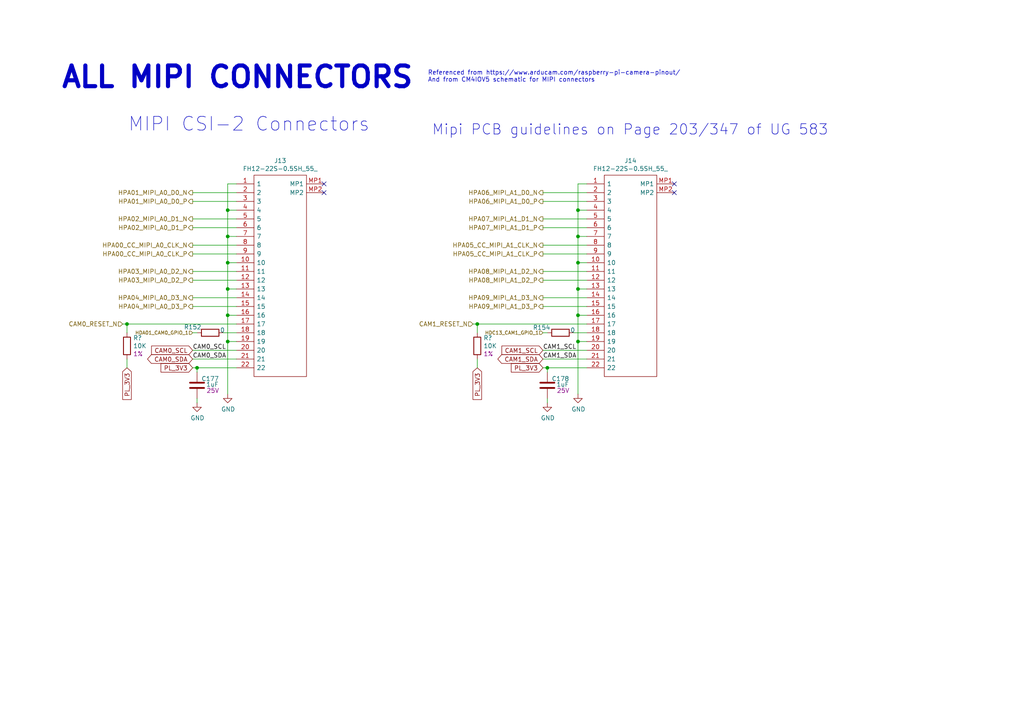
<source format=kicad_sch>
(kicad_sch (version 20230121) (generator eeschema)
  (paper "A4")
  (title_block (title "Top Sheet") (date "2023-12-21") (rev "1.00") (company "ApotheoTech LLC") (comment 1 "SCH: APT-KRIA-FMC") (comment 2 "Author: Chance Reimer"))
  (lib_symbols
    (symbol "ApotheoTech:FH12-22S-0.5SH_55_" (pin_names (offset 0.762))
      (property "Reference" "J" (at 21.59 7.62 0))
      (property "Value" "FH12-22S-0.5SH_55_" (at 21.59 5.08 0))
      (symbol "FH12-22S-0.5SH_55__0_0"
        (pin passive line (at 25.4 0 180) (length 5.08) (name "1") (number "1"))
        (pin passive line (at 25.4 -22.86 180) (length 5.08) (name "10") (number "10"))
        (pin passive line (at 25.4 -25.4 180) (length 5.08) (name "11") (number "11"))
        (pin passive line (at 25.4 -27.94 180) (length 5.08) (name "12") (number "12"))
        (pin passive line (at 25.4 -30.48 180) (length 5.08) (name "13") (number "13"))
        (pin passive line (at 25.4 -33.02 180) (length 5.08) (name "14") (number "14"))
        (pin passive line (at 25.4 -35.56 180) (length 5.08) (name "15") (number "15"))
        (pin passive line (at 25.4 -38.1 180) (length 5.08) (name "16") (number "16"))
        (pin passive line (at 25.4 -40.64 180) (length 5.08) (name "17") (number "17"))
        (pin passive line (at 25.4 -43.18 180) (length 5.08) (name "18") (number "18"))
        (pin passive line (at 25.4 -45.72 180) (length 5.08) (name "19") (number "19"))
        (pin passive line (at 25.4 -2.54 180) (length 5.08) (name "2") (number "2"))
        (pin passive line (at 25.4 -48.26 180) (length 5.08) (name "20") (number "20"))
        (pin passive line (at 25.4 -50.8 180) (length 5.08) (name "21") (number "21"))
        (pin passive line (at 25.4 -53.34 180) (length 5.08) (name "22") (number "22"))
        (pin passive line (at 25.4 -5.08 180) (length 5.08) (name "3") (number "3"))
        (pin passive line (at 25.4 -7.62 180) (length 5.08) (name "4") (number "4"))
        (pin passive line (at 25.4 -10.16 180) (length 5.08) (name "5") (number "5"))
        (pin passive line (at 25.4 -12.7 180) (length 5.08) (name "6") (number "6"))
        (pin passive line (at 25.4 -15.24 180) (length 5.08) (name "7") (number "7"))
        (pin passive line (at 25.4 -17.78 180) (length 5.08) (name "8") (number "8"))
        (pin passive line (at 25.4 -20.32 180) (length 5.08) (name "9") (number "9"))
        (pin passive line (at 0 0 0) (length 5.08) (name "MP1") (number "MP1"))
        (pin passive line (at 0 -2.54 0) (length 5.08) (name "MP2") (number "MP2"))
      )
      (symbol "FH12-22S-0.5SH_55__0_1"
        (polyline (pts (xy 5.08 2.54) (xy 20.32 2.54) (xy 20.32 -55.88) (xy 5.08 -55.88) (xy 5.08 2.54)) (stroke (width 0.1524)))
      )
    )
    (symbol "Device:C" (pin_numbers hide) (pin_names (offset 0.254))
      (property "Reference" "C" (at 0.635 2.54 0))
      (property "Value" "C" (at 0.635 -2.54 0))
      (symbol "C_0_1"
        (polyline (pts (xy -2.032 -0.762) (xy 2.032 -0.762)) (stroke (width 0.508)))
        (polyline (pts (xy -2.032 0.762) (xy 2.032 0.762)) (stroke (width 0.508)))
      )
      (symbol "C_1_1"
        (pin passive line (at 0 3.81 270) (length 2.794) (name "~") (number "1"))
        (pin passive line (at 0 -3.81 90) (length 2.794) (name "~") (number "2"))
      )
    )
    (symbol "Device:R" (pin_numbers hide) (pin_names (offset 0))
      (property "Reference" "R" (at 2.032 0 90))
      (property "Value" "R" (at 0 0 90))
      (symbol "R_0_1"
        (rectangle (start -1.016 -2.54) (end 1.016 2.54) (stroke (width 0.254)))
      )
      (symbol "R_1_1"
        (pin passive line (at 0 3.81 270) (length 1.27) (name "~") (number "1"))
        (pin passive line (at 0 -3.81 90) (length 1.27) (name "~") (number "2"))
      )
    )
    (symbol "power:GND" (power) (pin_names (offset 0))
      (property "Value" "GND" (at 0 -3.81 0))
      (symbol "GND_0_1"
        (polyline (pts (xy 0 0) (xy 0 -1.27) (xy 1.27 -1.27) (xy 0 -2.54) (xy -1.27 -1.27) (xy 0 -1.27)))
      )
      (symbol "GND_1_1"
        (pin power_in line (at 0 0 270) (length 0) hide (name "GND") (number "1"))
      )
    )
  )
  (junction (at 167.64 68.58))
  (junction (at 66.04 83.82))
  (junction (at 57.15 106.68))
  (junction (at 66.04 60.96))
  (junction (at 167.64 99.06))
  (junction (at 167.64 91.44))
  (junction (at 66.04 91.44))
  (junction (at 66.04 76.2))
  (junction (at 167.64 83.82))
  (junction (at 158.75 106.68))
  (junction (at 167.64 76.2))
  (junction (at 167.64 60.96))
  (junction (at 138.43 93.98))
  (junction (at 66.04 99.06))
  (junction (at 66.04 68.58))
  (junction (at 36.83 93.98))
  (no_connect (at 195.58 55.88))
  (no_connect (at 93.98 53.34))
  (no_connect (at 93.98 55.88))
  (no_connect (at 195.58 53.34))
  (wire (pts (xy 158.75 96.52) (xy 157.48 96.52)))
  (wire (pts (xy 158.75 107.95) (xy 158.75 106.68)))
  (wire (pts (xy 68.58 58.42) (xy 55.88 58.42)))
  (wire (pts (xy 68.58 106.68) (xy 57.15 106.68)))
  (wire (pts (xy 167.64 76.2) (xy 167.64 83.82)))
  (wire (pts (xy 170.18 55.88) (xy 157.48 55.88)))
  (wire (pts (xy 137.16 93.98) (xy 138.43 93.98)))
  (wire (pts (xy 66.04 60.96) (xy 68.58 60.96)))
  (wire (pts (xy 66.04 99.06) (xy 66.04 114.3)))
  (wire (pts (xy 66.04 68.58) (xy 68.58 68.58)))
  (wire (pts (xy 68.58 78.74) (xy 55.88 78.74)))
  (wire (pts (xy 167.64 53.34) (xy 167.64 60.96)))
  (wire (pts (xy 57.15 115.57) (xy 57.15 116.84)))
  (wire (pts (xy 170.18 73.66) (xy 157.48 73.66)))
  (wire (pts (xy 170.18 53.34) (xy 167.64 53.34)))
  (wire (pts (xy 66.04 83.82) (xy 66.04 91.44)))
  (wire (pts (xy 170.18 101.6) (xy 157.48 101.6)))
  (wire (pts (xy 167.64 68.58) (xy 167.64 76.2)))
  (wire (pts (xy 66.04 68.58) (xy 66.04 76.2)))
  (wire (pts (xy 170.18 88.9) (xy 157.48 88.9)))
  (wire (pts (xy 170.18 78.74) (xy 157.48 78.74)))
  (wire (pts (xy 167.64 60.96) (xy 167.64 68.58)))
  (wire (pts (xy 66.04 76.2) (xy 66.04 83.82)))
  (wire (pts (xy 170.18 58.42) (xy 157.48 58.42)))
  (wire (pts (xy 35.56 93.98) (xy 36.83 93.98)))
  (wire (pts (xy 68.58 63.5) (xy 55.88 63.5)))
  (wire (pts (xy 68.58 101.6) (xy 55.88 101.6)))
  (wire (pts (xy 170.18 96.52) (xy 166.37 96.52)))
  (wire (pts (xy 158.75 106.68) (xy 157.48 106.68)))
  (wire (pts (xy 66.04 91.44) (xy 68.58 91.44)))
  (wire (pts (xy 170.18 104.14) (xy 157.48 104.14)))
  (wire (pts (xy 68.58 73.66) (xy 55.88 73.66)))
  (wire (pts (xy 68.58 86.36) (xy 55.88 86.36)))
  (wire (pts (xy 57.15 96.52) (xy 55.88 96.52)))
  (wire (pts (xy 167.64 60.96) (xy 170.18 60.96)))
  (wire (pts (xy 167.64 91.44) (xy 170.18 91.44)))
  (wire (pts (xy 68.58 81.28) (xy 55.88 81.28)))
  (wire (pts (xy 66.04 91.44) (xy 66.04 99.06)))
  (wire (pts (xy 66.04 99.06) (xy 68.58 99.06)))
  (wire (pts (xy 36.83 93.98) (xy 68.58 93.98)))
  (wire (pts (xy 170.18 81.28) (xy 157.48 81.28)))
  (wire (pts (xy 170.18 71.12) (xy 157.48 71.12)))
  (wire (pts (xy 167.64 76.2) (xy 170.18 76.2)))
  (wire (pts (xy 170.18 86.36) (xy 157.48 86.36)))
  (wire (pts (xy 66.04 76.2) (xy 68.58 76.2)))
  (wire (pts (xy 36.83 96.52) (xy 36.83 93.98)))
  (wire (pts (xy 68.58 71.12) (xy 55.88 71.12)))
  (wire (pts (xy 57.15 106.68) (xy 55.88 106.68)))
  (wire (pts (xy 167.64 83.82) (xy 167.64 91.44)))
  (wire (pts (xy 68.58 104.14) (xy 55.88 104.14)))
  (wire (pts (xy 68.58 55.88) (xy 55.88 55.88)))
  (wire (pts (xy 68.58 66.04) (xy 55.88 66.04)))
  (wire (pts (xy 68.58 53.34) (xy 66.04 53.34)))
  (wire (pts (xy 68.58 96.52) (xy 64.77 96.52)))
  (wire (pts (xy 68.58 88.9) (xy 55.88 88.9)))
  (wire (pts (xy 57.15 107.95) (xy 57.15 106.68)))
  (wire (pts (xy 36.83 104.14) (xy 36.83 106.68)))
  (wire (pts (xy 66.04 60.96) (xy 66.04 68.58)))
  (wire (pts (xy 170.18 66.04) (xy 157.48 66.04)))
  (wire (pts (xy 66.04 53.34) (xy 66.04 60.96)))
  (wire (pts (xy 167.64 91.44) (xy 167.64 99.06)))
  (wire (pts (xy 170.18 63.5) (xy 157.48 63.5)))
  (wire (pts (xy 167.64 68.58) (xy 170.18 68.58)))
  (wire (pts (xy 170.18 106.68) (xy 158.75 106.68)))
  (wire (pts (xy 167.64 99.06) (xy 167.64 114.3)))
  (wire (pts (xy 167.64 99.06) (xy 170.18 99.06)))
  (wire (pts (xy 66.04 83.82) (xy 68.58 83.82)))
  (wire (pts (xy 158.75 115.57) (xy 158.75 116.84)))
  (wire (pts (xy 167.64 83.82) (xy 170.18 83.82)))
  (wire (pts (xy 138.43 93.98) (xy 170.18 93.98)))
  (wire (pts (xy 138.43 96.52) (xy 138.43 93.98)))
  (wire (pts (xy 138.43 104.14) (xy 138.43 106.68)))
  (text "Referenced from https://www.arducam.com/raspberry-pi-camera-pinout/\nAnd from CM4IOV5 schematic for MIPI connectors" (at 124.079 24.003 0) (effects (font (size 1.27 1.27)) (justify left bottom)))
  (text "ALL MIPI CONNECTORS" (at 17.399 26.035 0) (effects (font (size 5.9944 5.9944) (thickness 1.1989) bold) (justify left bottom)))
  (text "Mipi PCB guidelines on Page 203/347 of UG 583" (at 125.222 39.497 0) (effects (font (size 2.9972 2.9972)) (justify left bottom)))
  (text "MIPI CSI-2 Connectors" (at 37.084 38.481 0) (effects (font (size 3.9878 3.9878)) (justify left bottom)))
  (label "CAM1_SCL" (at 157.48 101.6 0))
  (label "CAM0_SCL" (at 55.88 101.6 0))
  (label "CAM0_SDA" (at 55.88 104.14 0))
  (label "CAM1_SDA" (at 157.48 104.14 0))
  (global_label "CAM0_SDA" (shape bidirectional) (at 55.88 104.14 180) (property "Intersheetrefs" "${INTERSHEET_REFS}" (effects hide)))
  (global_label "PL_3V3" (shape input) (at 138.43 106.68 270) (property "Intersheetrefs" "${INTERSHEET_REFS}" (effects hide)))
  (global_label "CAM1_SCL" (shape input) (at 157.48 101.6 180) (property "Intersheetrefs" "${INTERSHEET_REFS}" (effects hide)))
  (global_label "CAM0_SCL" (shape input) (at 55.88 101.6 180) (property "Intersheetrefs" "${INTERSHEET_REFS}" (effects hide)))
  (global_label "PL_3V3" (shape input) (at 157.48 106.68 180) (property "Intersheetrefs" "${INTERSHEET_REFS}" (effects hide)))
  (global_label "CAM1_SDA" (shape bidirectional) (at 157.48 104.14 180) (property "Intersheetrefs" "${INTERSHEET_REFS}" (effects hide)))
  (global_label "PL_3V3" (shape input) (at 36.83 106.68 270) (property "Intersheetrefs" "${INTERSHEET_REFS}" (effects hide)))
  (global_label "PL_3V3" (shape input) (at 55.88 106.68 180) (property "Intersheetrefs" "${INTERSHEET_REFS}" (effects hide)))
  (hierarchical_label "CAM0_RESET_N" (shape input) (at 35.56 93.98 180))
  (hierarchical_label "HPA02_MIPI_A0_D1_P" (shape output) (at 55.88 66.04 180))
  (hierarchical_label "HPA04_MIPI_A0_D3_N" (shape output) (at 55.88 86.36 180))
  (hierarchical_label "HPA01_MIPI_A0_D0_N" (shape output) (at 55.88 55.88 180))
  (hierarchical_label "HPA07_MIPI_A1_D1_N" (shape output) (at 157.48 63.5 180))
  (hierarchical_label "HPA00_CC_MIPI_A0_CLK_N" (shape output) (at 55.88 71.12 180))
  (hierarchical_label "HPA09_MIPI_A1_D3_P" (shape output) (at 157.48 88.9 180))
  (hierarchical_label "HPA05_CC_MIPI_A1_CLK_N" (shape output) (at 157.48 71.12 180))
  (hierarchical_label "HPA02_MIPI_A0_D1_N" (shape output) (at 55.88 63.5 180))
  (hierarchical_label "CAM1_RESET_N" (shape input) (at 137.16 93.98 180))
  (hierarchical_label "HPA08_MIPI_A1_D2_N" (shape output) (at 157.48 78.74 180))
  (hierarchical_label "HPA03_MIPI_A0_D2_N" (shape output) (at 55.88 78.74 180))
  (hierarchical_label "HPA09_MIPI_A1_D3_N" (shape output) (at 157.48 86.36 180))
  (hierarchical_label "HPA03_MIPI_A0_D2_P" (shape output) (at 55.88 81.28 180))
  (hierarchical_label "HPA08_MIPI_A1_D2_P" (shape output) (at 157.48 81.28 180))
  (hierarchical_label "HPA06_MIPI_A1_D0_P" (shape output) (at 157.48 58.42 180))
  (hierarchical_label "HPA04_MIPI_A0_D3_P" (shape output) (at 55.88 88.9 180))
  (hierarchical_label "HPA06_MIPI_A1_D0_N" (shape output) (at 157.48 55.88 180))
  (hierarchical_label "HDC13_CAM1_GPIO_1" (shape input) (at 157.48 96.52 180) (effects (font (size 0.9906 0.9906))))
  (hierarchical_label "HPA05_CC_MIPI_A1_CLK_P" (shape output) (at 157.48 73.66 180))
  (hierarchical_label "HDA01_CAM0_GPIO_1" (shape input) (at 55.88 96.52 180) (effects (font (size 0.9906 0.9906))))
  (hierarchical_label "HPA00_CC_MIPI_A0_CLK_P" (shape output) (at 55.88 73.66 180))
  (hierarchical_label "HPA01_MIPI_A0_D0_P" (shape output) (at 55.88 58.42 180))
  (hierarchical_label "HPA07_MIPI_A1_D1_P" (shape output) (at 157.48 66.04 180))
  (symbol (lib_id "Device:R") (at 138.43 100.33 0) (unit 1)
    (property "Reference" "R?" (at 140.208 98.0186 0) (effects (justify left)))
    (property "Value" "10K" (at 140.208 100.33 0) (effects (justify left)))
    (property "Footprint" "Resistor_SMD:R_0402_1005Metric" (effects hide))
    (property "Tolerance" "1%" (at 140.208 102.6414 0) (effects (justify left)))
    (property "Power" "1/10W" (effects hide))
    (property "PartNumber" "ERJ-2RKF1002X" (effects hide))
    (property "URL" "https://www.digikey.com/en/products/detail/panasonic-electronic-components/ERJ-2RKF1002X/192073" (effects hide))
    (instances (project "APT-KRIA-FMC" (path "" (reference "R?") (unit 1)) (path "" (reference "R?") (unit 1)) (path "" (reference "R153") (unit 1)) (path "" (reference "R?") (unit 1))))
  )
  (symbol (lib_id "Device:R") (at 36.83 100.33 0) (unit 1)
    (property "Reference" "R?" (at 38.608 98.0186 0) (effects (justify left)))
    (property "Value" "10K" (at 38.608 100.33 0) (effects (justify left)))
    (property "Footprint" "Resistor_SMD:R_0402_1005Metric" (effects hide))
    (property "Tolerance" "1%" (at 38.608 102.6414 0) (effects (justify left)))
    (property "Power" "1/10W" (effects hide))
    (property "PartNumber" "ERJ-2RKF1002X" (effects hide))
    (property "URL" "https://www.digikey.com/en/products/detail/panasonic-electronic-components/ERJ-2RKF1002X/192073" (effects hide))
    (instances (project "APT-KRIA-FMC" (path "" (reference "R?") (unit 1)) (path "" (reference "R?") (unit 1)) (path "" (reference "R151") (unit 1)) (path "" (reference "R?") (unit 1))))
  )
  (symbol (lib_id "Device:C") (at 57.15 111.76 180) (unit 1)
    (property "Reference" "C177" (at 60.96 109.855 0))
    (property "Value" "1uF" (at 61.595 111.506 0))
    (property "Footprint" "Capacitor_SMD:C_0402_1005Metric" (effects hide))
    (property "PartNumber" "C1005X5R1E105K050BE‎ " (effects hide))
    (property "Tolerance" "+-10%" (effects hide))
    (property "Voltage" "25V" (at 61.722 113.284 0))
    (property "Temp_Val" "X5R" (effects hide))
    (property "URL" "https://www.digikey.com/en/products/detail/C1005X5R1E105K050BE/445-175215-1-ND/7907779?itemSeq=374777296" (effects hide))
    (property "Alt" "N/A" (effects hide))
    (instances (project "APT-KRIA-FMC" (path "" (reference "C177") (unit 1)) (path "" (reference "C?") (unit 1))))
  )
  (symbol (lib_id "power:GND") (at 57.15 116.84 0) (unit 1)
    (property "Reference" "#PWR0196" (effects hide))
    (property "Value" "GND" (at 57.277 121.2342 0))
  )
  (symbol (lib_id "Device:C") (at 158.75 111.76 180) (unit 1)
    (property "Reference" "C178" (at 162.56 109.855 0))
    (property "Value" "1uF" (at 163.195 111.506 0))
    (property "Footprint" "Capacitor_SMD:C_0402_1005Metric" (effects hide))
    (property "PartNumber" "C1005X5R1E105K050BE‎ " (effects hide))
    (property "Tolerance" "+-10%" (effects hide))
    (property "Voltage" "25V" (at 163.322 113.284 0))
    (property "Temp_Val" "X5R" (effects hide))
    (property "URL" "https://www.digikey.com/en/products/detail/C1005X5R1E105K050BE/445-175215-1-ND/7907779?itemSeq=374777296" (effects hide))
    (property "Alt" "N/A" (effects hide))
    (instances (project "APT-KRIA-FMC" (path "" (reference "C178") (unit 1)) (path "" (reference "C?") (unit 1))))
  )
  (symbol (lib_id "power:GND") (at 158.75 116.84 0) (unit 1)
    (property "Reference" "#PWR0198" (effects hide))
    (property "Value" "GND" (at 158.877 121.2342 0))
  )
  (symbol (lib_id "ApotheoTech:FH12-22S-0.5SH_55_") (at 93.98 53.34 0) (mirror y) (unit 1)
    (property "Reference" "J13" (at 81.28 46.609 0))
    (property "Value" "FH12-22S-0.5SH_55_" (at 81.28 48.9204 0))
    (property "Footprint" "ApotheoTech_CXP_Lib:FH1222S05SH55" (effects hide))
    (property "Datasheet" "https://www.hirose.com/product/download/?distributor=digikey&type=2d&lang=en&num=FH12-22S-0.5SH(55)" (effects hide))
    (property "Description" "Hirose FH12 Series 0.5mm Pitch 22 Way 1 Row Right Angle SMT Female FPC Connector, Gold Plated Contacts" (effects hide))
    (property "Height" "2.2" (effects hide))
    (property "Mouser Part Number" "798-FH12-22S-0.5SH55" (effects hide))
    (property "Mouser Price/Stock" "https://www.mouser.co.uk/ProductDetail/Hirose-Connector/FH12-22S-05SH55?qs=Ux3WWAnHpjDjN9JNAugKTA%3D%3D" (effects hide))
    (property "Manufacturer_Name" "Hirose" (effects hide))
    (property "Manufacturer_Part_Number" "FH12-22S-0.5SH(55)" (effects hide))
  )
  (symbol (lib_id "power:GND") (at 66.04 114.3 0) (unit 1)
    (property "Reference" "#PWR0197" (effects hide))
    (property "Value" "GND" (at 66.167 118.6942 0))
  )
  (symbol (lib_id "Device:R") (at 60.96 96.52 270) (unit 1)
    (property "Reference" "R152" (at 55.88 94.869 90))
    (property "Value" "0" (at 64.516 95.758 90))
    (property "Footprint" "Resistor_SMD:R_0402_1005Metric" (effects hide))
    (property "PartNumber" "CRCW04020000Z0EDHP" (effects hide))
    (property "Power" "1/5W" (effects hide))
    (property "URL" "https://www.digikey.com/product-detail/en/vishay-dale/CRCW04020000Z0EDHP/541-0-0YBCT-ND/2223008" (effects hide))
  )
  (symbol (lib_id "Device:R") (at 162.56 96.52 270) (unit 1)
    (property "Reference" "R154" (at 157.099 94.996 90))
    (property "Value" "0" (at 166.116 95.758 90))
    (property "Footprint" "Resistor_SMD:R_0402_1005Metric" (effects hide))
    (property "PartNumber" "CRCW04020000Z0EDHP" (effects hide))
    (property "Power" "1/5W" (effects hide))
    (property "URL" "https://www.digikey.com/product-detail/en/vishay-dale/CRCW04020000Z0EDHP/541-0-0YBCT-ND/2223008" (effects hide))
  )
  (symbol (lib_id "ApotheoTech:FH12-22S-0.5SH_55_") (at 195.58 53.34 0) (mirror y) (unit 1)
    (property "Reference" "J14" (at 182.88 46.609 0))
    (property "Value" "FH12-22S-0.5SH_55_" (at 182.88 48.9204 0))
    (property "Footprint" "ApotheoTech_CXP_Lib:FH1222S05SH55" (effects hide))
    (property "Datasheet" "https://www.hirose.com/product/download/?distributor=digikey&type=2d&lang=en&num=FH12-22S-0.5SH(55)" (effects hide))
    (property "Description" "Hirose FH12 Series 0.5mm Pitch 22 Way 1 Row Right Angle SMT Female FPC Connector, Gold Plated Contacts" (effects hide))
    (property "Height" "2.2" (effects hide))
    (property "Mouser Part Number" "798-FH12-22S-0.5SH55" (effects hide))
    (property "Mouser Price/Stock" "https://www.mouser.co.uk/ProductDetail/Hirose-Connector/FH12-22S-05SH55?qs=Ux3WWAnHpjDjN9JNAugKTA%3D%3D" (effects hide))
    (property "Manufacturer_Name" "Hirose" (effects hide))
    (property "Manufacturer_Part_Number" "FH12-22S-0.5SH(55)" (effects hide))
  )
  (symbol (lib_id "power:GND") (at 167.64 114.3 0) (unit 1)
    (property "Reference" "#PWR0199" (effects hide))
    (property "Value" "GND" (at 167.767 118.6942 0))
  )
)
</source>
